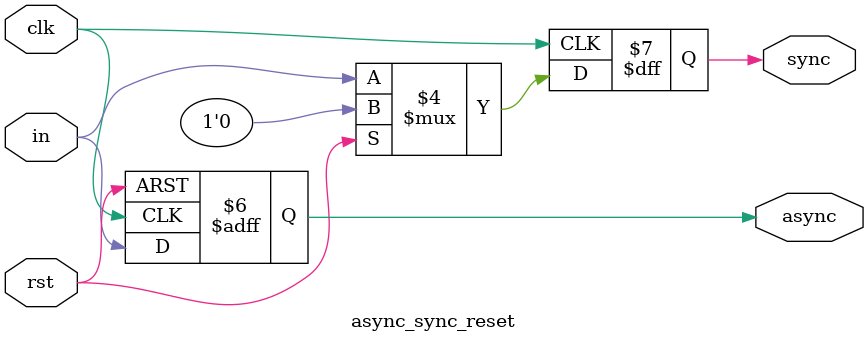
<source format=v>
module async_sync_reset (in,clk,rst,async,sync);
input in,clk,rst;
output reg async,sync;

always@(posedge clk)
begin
if(rst)
sync <= 1'b0;
else
sync <= in;
end

always @(posedge clk,posedge rst)
begin
if(rst)
async <= 1'b0;
else
async <= in;
end

endmodule

</source>
